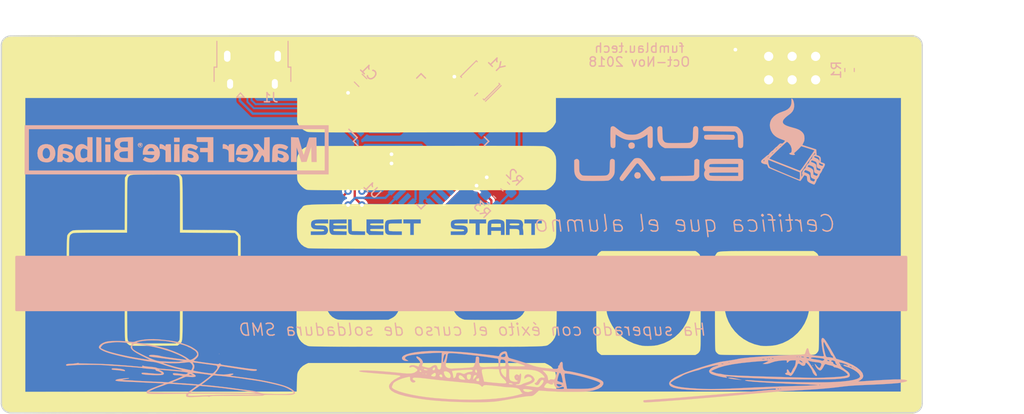
<source format=kicad_pcb>
(kicad_pcb (version 20171130) (host pcbnew "(5.1.2)-2")
  (title_block (title "Diploma para Juan comenius") (date 2018-10-20) (rev v1) (company "Fum Blau SCV") (comment 1 "ASC 2018"))
  (layers (0 F.Cu signal) (31 B.Cu signal) (34 B.Paste user) (35 F.Paste user) (36 B.SilkS user) (37 F.SilkS user) (38 B.Mask user) (39 F.Mask user) (44 Edge.Cuts user))
  (net 0 "")
  (net 1 /left)
  (net 2 /up)
  (net 3 /down)
  (net 4 /right)
  (net 5 /btn1)
  (net 6 /btn3)
  (net 7 /btn2)
  (net 8 /btn4)
  (net 9 GND)
  (net 10 +5V)
  (net 11 /MISO)
  (net 12 /CLK)
  (net 13 /MOSI)
  (net 14 /reset)
  (net 15 "Net-(U1-Pad16)")
  (net 16 "Net-(U1-Pad17)")
  (net 17 /USB_N)
  (net 18 /USB_P)
  (net 19 "Net-(C1-Pad1)")
  (net 20 "Net-(J1-Pad4)")
  (net 21 /ida)
  (net 22 "Net-(U1-Pad1)")
  (net 23 "Net-(U1-Pad8)")
  (net 24 "Net-(U1-Pad12)")
  (net 25 "Net-(U1-Pad18)")
  (net 26 "Net-(U1-Pad19)")
  (net 27 "Net-(U1-Pad20)")
  (net 28 "Net-(U1-Pad21)")
  (net 29 "Net-(U1-Pad22)")
  (net 30 "Net-(U1-Pad28)")
  (net 31 "Net-(U1-Pad29)")
  (net 32 "Net-(U1-Pad30)")
  (net 33 "Net-(U1-Pad31)")
  (net 34 "Net-(U1-Pad32)")
  (net 35 "Net-(U1-Pad42)")
  (module diploma_footprints:Pad_arrow_2_muy_corto (layer F.Cu) (at 101 92.25 90)
    (fp_text reference BT1 hide)
    (fp_text value Pad_arrow)
    (pad 1 smd custom (at 0 -1 90) (size 6 0.1) (layers F.Cu F.Mask) (net 1 /left) (options (clearance outline) (anchor rect)) (primitives (gr_poly (pts (xy 0 8.5) (xy -3 6) (xy -3 0) (xy 3 0) (xy 3 6)) (width 0))))
  )
  (module diploma_footprints:Pad_arrow_2_muy_corto (layer F.Cu) (at 109.55 100.5 180)
    (fp_text reference BT3 hide)
    (fp_text value Pad_arrow)
    (pad 1 smd custom (at 0 -1 180) (size 6 0.1) (layers F.Cu F.Mask) (net 3 /down) (options (clearance outline) (anchor rect)) (primitives (gr_poly (pts (xy 0 8.5) (xy -3 6) (xy -3 0) (xy 3 0) (xy 3 6)) (width 0))))
  )
  (module diploma_footprints:Pad_arrow_2_muy_corto (layer F.Cu) (at 118 92.3 270)
    (fp_text reference BT4 hide)
    (fp_text value Pad_arrow)
    (pad 1 smd custom (at 0 -1 270) (size 6 0.1) (layers F.Cu F.Mask) (net 4 /right) (options (clearance outline) (anchor rect)) (primitives (gr_poly (pts (xy 0 8.5) (xy -3 6) (xy -3 0) (xy 3 0) (xy 3 6)) (width 0))))
  )
  (module diploma_footprints:Pad_arrow_2_corto (layer F.Cu) (at 109.55 84)
    (fp_text reference BT2 hide)
    (fp_text value Pad_arrow)
    (pad 1 smd custom (at 0 -1) (size 6 0.1) (layers F.Cu F.Mask) (net 2 /up) (options (clearance outline) (anchor rect)) (primitives (gr_poly (pts (xy 0 8.5) (xy -3 6) (xy -3 0) (xy 3 0) (xy 3 6)) (width 0))))
  )
  (module "imagenes:bilbao maker faire" (layer B.Cu) (at 112 80.5 180)
    (fp_text reference G*** hide)
    (fp_text value LOGO hide)
  )
  (module Connector_PinSocket_2.54mm:PinSocket_2x03_P2.54mm_Vertical (layer F.Cu) (at 176 70.4 90)
    (fp_text reference J2 (at -1.27 -2.77 90) (layer F.SilkS))
    (fp_text value ICSP)
    (pad 6 thru_hole oval (at -2.54 5.08 90) (size 1.7 1.7) (drill 1) (layers *.Cu *.Mask) (net 9 GND))
    (pad 5 thru_hole oval (at 0 5.08 90) (size 1.7 1.7) (drill 1) (layers *.Cu *.Mask) (net 14 /reset))
    (pad 4 thru_hole oval (at -2.54 2.54 90) (size 1.7 1.7) (drill 1) (layers *.Cu *.Mask) (net 13 /MOSI))
    (pad 3 thru_hole oval (at 0 2.54 90) (size 1.7 1.7) (drill 1) (layers *.Cu *.Mask) (net 12 /CLK))
    (pad 2 thru_hole oval (at -2.54 0 90) (size 1.7 1.7) (drill 1) (layers *.Cu *.Mask) (net 10 +5V))
    (pad 1 thru_hole rect (at 0 0 90) (size 1.7 1.7) (drill 1) (layers *.Cu *.Mask) (net 11 /MISO))
  )
  (module diploma_footprints:pad_btn_3 (layer F.Cu) (at 146 97.25)
    (fp_text reference BT8 hide)
    (fp_text value pad_btn)
    (pad 1 smd oval (at 0 0) (size 8 3.25) (layers F.Cu F.Paste F.Mask) (net 8 /btn4))
  )
  (module diploma_footprints:pad_btn_3 (layer F.Cu) (at 132.25 97.25)
    (fp_text reference BT6 hide)
    (fp_text value pad_btn)
    (pad 1 smd oval (at 0 0) (size 8 3.25) (layers F.Cu F.Paste F.Mask) (net 6 /btn3))
  )
  (module diploma_footprints:pad_btn_2 (layer F.Cu) (at 175.9 97.1)
    (fp_text reference BT5 hide)
    (fp_text value pad_btn)
    (pad 1 smd circle (at 0 0) (size 9.3 9.3) (layers F.Cu F.Paste F.Mask) (net 5 /btn1))
  )
  (module diploma_footprints:pad_btn_2 (layer F.Cu) (at 163.1 97.1)
    (fp_text reference BT7 hide)
    (fp_text value pad_btn)
    (pad 1 smd circle (at 0 0) (size 9.3 9.3) (layers F.Cu F.Paste F.Mask) (net 7 /btn2))
  )
  (module Resistor_SMD:R_0603_1608Metric_Pad1.05x0.95mm_HandSolder (layer B.Cu) (at 184.75 71.875 270)
    (fp_text reference R1 (at 0 1.43 270) (layer B.SilkS) (effects (justify mirror)))
    (fp_text value R)
    (pad 1 smd roundrect (at -0.875 0 270) (size 1.05 0.95) (layers B.Cu B.Paste B.Mask) (net 10 +5V))
    (pad 2 smd roundrect (at 0.875 0 270) (size 1.05 0.95) (layers B.Cu B.Paste B.Mask) (net 14 /reset))
  )
  (module Package_QFP:TQFP-44_10x10mm_P0.8mm (layer B.Cu) (at 138.4 79.6 315)
    (fp_text reference U1 (at 0 7.45 315) (layer B.SilkS) (effects (justify mirror)))
    (fp_text value ATmega32U4-AU)
    (pad 1 smd rect (at -5.7 4 315) (size 1.5 0.55) (layers B.Cu B.Paste B.Mask) (net 22 "Net-(U1-Pad1)"))
    (pad 2 smd rect (at -5.7 3.2 315) (size 1.5 0.55) (layers B.Cu B.Paste B.Mask) (net 10 +5V))
    (pad 3 smd rect (at -5.7 2.4 315) (size 1.5 0.55) (layers B.Cu B.Paste B.Mask) (net 17 /USB_N))
    (pad 4 smd rect (at -5.7 1.6 315) (size 1.5 0.55) (layers B.Cu B.Paste B.Mask) (net 18 /USB_P))
    (pad 5 smd rect (at -5.7 0.8 315) (size 1.5 0.55) (layers B.Cu B.Paste B.Mask) (net 9 GND))
    (pad 6 smd rect (at -5.7 0 315) (size 1.5 0.55) (layers B.Cu B.Paste B.Mask) (net 19 "Net-(C1-Pad1)"))
    (pad 7 smd rect (at -5.7 -0.8 315) (size 1.5 0.55) (layers B.Cu B.Paste B.Mask) (net 10 +5V))
    (pad 8 smd rect (at -5.7 -1.6 315) (size 1.5 0.55) (layers B.Cu B.Paste B.Mask) (net 23 "Net-(U1-Pad8)"))
    (pad 9 smd rect (at -5.7 -2.4 315) (size 1.5 0.55) (layers B.Cu B.Paste B.Mask) (net 12 /CLK))
    (pad 10 smd rect (at -5.7 -3.2 315) (size 1.5 0.55) (layers B.Cu B.Paste B.Mask) (net 13 /MOSI))
    (pad 11 smd rect (at -5.7 -4 315) (size 1.5 0.55) (layers B.Cu B.Paste B.Mask) (net 11 /MISO))
    (pad 12 smd rect (at -4 -5.7 225) (size 1.5 0.55) (layers B.Cu B.Paste B.Mask) (net 24 "Net-(U1-Pad12)"))
    (pad 13 smd rect (at -3.2 -5.7 225) (size 1.5 0.55) (layers B.Cu B.Paste B.Mask) (net 14 /reset))
    (pad 14 smd rect (at -2.4 -5.7 225) (size 1.5 0.55) (layers B.Cu B.Paste B.Mask) (net 10 +5V))
    (pad 15 smd rect (at -1.6 -5.7 225) (size 1.5 0.55) (layers B.Cu B.Paste B.Mask) (net 9 GND))
    (pad 16 smd rect (at -0.8 -5.7 225) (size 1.5 0.55) (layers B.Cu B.Paste B.Mask) (net 15 "Net-(U1-Pad16)"))
    (pad 17 smd rect (at 0 -5.7 225) (size 1.5 0.55) (layers B.Cu B.Paste B.Mask) (net 16 "Net-(U1-Pad17)"))
    (pad 18 smd rect (at 0.8 -5.7 225) (size 1.5 0.55) (layers B.Cu B.Paste B.Mask) (net 25 "Net-(U1-Pad18)"))
    (pad 19 smd rect (at 1.6 -5.7 225) (size 1.5 0.55) (layers B.Cu B.Paste B.Mask) (net 26 "Net-(U1-Pad19)"))
    (pad 20 smd rect (at 2.4 -5.7 225) (size 1.5 0.55) (layers B.Cu B.Paste B.Mask) (net 27 "Net-(U1-Pad20)"))
    (pad 21 smd rect (at 3.2 -5.7 225) (size 1.5 0.55) (layers B.Cu B.Paste B.Mask) (net 28 "Net-(U1-Pad21)"))
    (pad 22 smd rect (at 4 -5.7 225) (size 1.5 0.55) (layers B.Cu B.Paste B.Mask) (net 29 "Net-(U1-Pad22)"))
    (pad 23 smd rect (at 5.7 -4 315) (size 1.5 0.55) (layers B.Cu B.Paste B.Mask) (net 9 GND))
    (pad 24 smd rect (at 5.7 -3.2 315) (size 1.5 0.55) (layers B.Cu B.Paste B.Mask) (net 10 +5V))
    (pad 25 smd rect (at 5.7 -2.4 315) (size 1.5 0.55) (layers B.Cu B.Paste B.Mask) (net 21 /ida))
    (pad 26 smd rect (at 5.7 -1.6 315) (size 1.5 0.55) (layers B.Cu B.Paste B.Mask) (net 6 /btn3))
    (pad 27 smd rect (at 5.7 -0.8 315) (size 1.5 0.55) (layers B.Cu B.Paste B.Mask) (net 8 /btn4))
    (pad 28 smd rect (at 5.7 0 315) (size 1.5 0.55) (layers B.Cu B.Paste B.Mask) (net 30 "Net-(U1-Pad28)"))
    (pad 29 smd rect (at 5.7 0.8 315) (size 1.5 0.55) (layers B.Cu B.Paste B.Mask) (net 31 "Net-(U1-Pad29)"))
    (pad 30 smd rect (at 5.7 1.6 315) (size 1.5 0.55) (layers B.Cu B.Paste B.Mask) (net 32 "Net-(U1-Pad30)"))
    (pad 31 smd rect (at 5.7 2.4 315) (size 1.5 0.55) (layers B.Cu B.Paste B.Mask) (net 33 "Net-(U1-Pad31)"))
    (pad 32 smd rect (at 5.7 3.2 315) (size 1.5 0.55) (layers B.Cu B.Paste B.Mask) (net 34 "Net-(U1-Pad32)"))
    (pad 33 smd rect (at 5.7 4 315) (size 1.5 0.55) (layers B.Cu B.Paste B.Mask) (net 9 GND))
    (pad 34 smd rect (at 4 5.7 225) (size 1.5 0.55) (layers B.Cu B.Paste B.Mask) (net 10 +5V))
    (pad 35 smd rect (at 3.2 5.7 225) (size 1.5 0.55) (layers B.Cu B.Paste B.Mask) (net 9 GND))
    (pad 36 smd rect (at 2.4 5.7 225) (size 1.5 0.55) (layers B.Cu B.Paste B.Mask) (net 2 /up))
    (pad 37 smd rect (at 1.6 5.7 225) (size 1.5 0.55) (layers B.Cu B.Paste B.Mask) (net 3 /down))
    (pad 38 smd rect (at 0.8 5.7 225) (size 1.5 0.55) (layers B.Cu B.Paste B.Mask) (net 1 /left))
    (pad 39 smd rect (at 0 5.7 225) (size 1.5 0.55) (layers B.Cu B.Paste B.Mask) (net 4 /right))
    (pad 40 smd rect (at -0.8 5.7 225) (size 1.5 0.55) (layers B.Cu B.Paste B.Mask) (net 7 /btn2))
    (pad 41 smd rect (at -1.6 5.7 225) (size 1.5 0.55) (layers B.Cu B.Paste B.Mask) (net 5 /btn1))
    (pad 42 smd rect (at -2.4 5.7 225) (size 1.5 0.55) (layers B.Cu B.Paste B.Mask) (net 35 "Net-(U1-Pad42)"))
    (pad 43 smd rect (at -3.2 5.7 225) (size 1.5 0.55) (layers B.Cu B.Paste B.Mask) (net 9 GND))
    (pad 44 smd rect (at -4 5.7 225) (size 1.5 0.55) (layers B.Cu B.Paste B.Mask) (net 10 +5V))
  )
  (module Crystal:Resonator_SMD_muRata_CSTxExxV-3Pin_3.0x1.1mm_HandSoldering (layer B.Cu) (at 144.8 73 135)
    (fp_text reference Y1 (at 0 2.45 135) (layer B.SilkS) (effects (justify mirror)))
    (fp_text value Crystal_GND2)
    (pad 1 smd rect (at -1.2 0 135) (size 0.4 3.2) (layers B.Cu B.Paste B.Mask) (net 16 "Net-(U1-Pad17)"))
    (pad 2 smd rect (at 0 0 135) (size 0.4 3.2) (layers B.Cu B.Paste B.Mask) (net 9 GND))
    (pad 3 smd rect (at 1.2 0 135) (size 0.4 3.2) (layers B.Cu B.Paste B.Mask) (net 15 "Net-(U1-Pad16)"))
  )
  (module librerias:NES_silk (layer F.Cu) (at 142.8 88.6)
    (fp_text reference G*** hide)
    (fp_text value LOGO hide)
  )
  (module librerias:Fumblau_mask_2 (layer F.Cu) (at 171.4 81.2)
    (fp_text reference G*** hide)
    (fp_text value LOGO hide)
  )
  (module librerias:Fumblau_2_pisos (layer B.Cu) (at 168.5 79.65 180)
    (fp_text reference G*** hide)
    (fp_text value LOGO hide)
  )
  (module librerias:Firma_arturo (layer B.Cu) (at 177 104 180)
    (fp_text reference G*** hide)
    (fp_text value LOGO hide)
  )
  (module librerias:Firma_angel (layer B.Cu) (at 145 105 180)
    (fp_text reference G*** hide)
    (fp_text value LOGO hide)
  )
  (module librerias:firma_ivan (layer B.Cu) (at 112 104.5 180)
    (fp_text reference G*** hide)
    (fp_text value LOGO hide)
  )
  (module Capacitors_SMD:C_0603_HandSoldering (layer B.Cu) (at 131.85 73 135)
    (fp_text reference C1 (at 0 1.249999 135) (layer B.SilkS) (effects (justify mirror)))
    (fp_text value 1uF)
    (pad 2 smd rect (at 0.949999 0 135) (size 1.2 0.75) (layers B.Cu B.Paste B.Mask) (net 9 GND))
    (pad 1 smd rect (at -0.949999 0 135) (size 1.2 0.75) (layers B.Cu B.Paste B.Mask) (net 19 "Net-(C1-Pad1)"))
  )
  (module Connector_USB:USB_Micro-B_Amphenol_10103594-0001LF_Horizontal (layer B.Cu) (at 120.185 71.5)
    (fp_text reference J1 (at 1.925 3.365) (layer B.SilkS) (effects (justify mirror)))
    (fp_text value USB_B_Micro)
    (pad 6 smd rect (at 2.725 -0.185) (size 1.35 2) (layers B.Cu B.Paste B.Mask) (net 9 GND))
    (pad 6 smd rect (at -2.755 -0.185) (size 1.35 2) (layers B.Cu B.Paste B.Mask) (net 9 GND))
    (pad 6 smd rect (at -2.975 0.565) (size 1.825 0.7) (layers B.Cu B.Paste B.Mask) (net 9 GND))
    (pad 6 smd rect (at 2.975 0.565) (size 1.825 0.7) (layers B.Cu B.Paste B.Mask) (net 9 GND))
    (pad 6 smd rect (at -2.875 1.865) (size 2 1.5) (layers B.Cu B.Paste B.Mask) (net 9 GND))
    (pad 6 smd rect (at 2.875 1.885) (size 2 1.5) (layers B.Cu B.Paste B.Mask) (net 9 GND))
    (pad 1 smd rect (at -1.325 1.765 270) (size 1.65 0.4) (layers B.Cu B.Paste B.Mask) (net 10 +5V))
    (pad 2 smd rect (at -0.675 1.765 270) (size 1.65 0.4) (layers B.Cu B.Paste B.Mask) (net 17 /USB_N))
    (pad 3 smd rect (at -0.025 1.765 270) (size 1.65 0.4) (layers B.Cu B.Paste B.Mask) (net 18 /USB_P))
    (pad 4 smd rect (at 0.625 1.765 270) (size 1.65 0.4) (layers B.Cu B.Paste B.Mask) (net 20 "Net-(J1-Pad4)"))
    (pad 5 smd rect (at 1.275 1.765 270) (size 1.65 0.4) (layers B.Cu B.Paste B.Mask) (net 9 GND))
    (pad 6 thru_hole oval (at -2.445 1.885 270) (size 1.5 1.1) (drill oval 1.05 0.65) (layers *.Cu *.Mask) (net 9 GND))
    (pad 6 thru_hole oval (at 2.395 1.885 270) (size 1.5 1.1) (drill oval 1.05 0.65) (layers *.Cu *.Mask) (net 9 GND))
    (pad 6 thru_hole oval (at -2.755 -1.115 270) (size 1.7 1.35) (drill oval 1.2 0.7) (layers *.Cu *.Mask) (net 9 GND))
    (pad 6 thru_hole oval (at 2.705 -1.115 270) (size 1.7 1.35) (drill oval 1.2 0.7) (layers *.Cu *.Mask) (net 9 GND))
    (pad 6 smd rect (at -0.985 -1.385 270) (size 2.5 1.43) (layers B.Cu B.Paste B.Mask) (net 9 GND))
    (pad 6 smd rect (at 0.935 -1.385 270) (size 2.5 1.43) (layers B.Cu B.Paste B.Mask) (net 9 GND))
  )
  (module Resistor_SMD:R_0603_1608Metric_Pad1.05x0.95mm_HandSolder (layer B.Cu) (at 147.5 84.5 135)
    (fp_text reference R2 (at 0 1.43 135) (layer B.SilkS) (effects (justify mirror)))
    (fp_text value 1M)
    (pad 1 smd roundrect (at -0.875 0 135) (size 1.05 0.95) (layers B.Cu B.Paste B.Mask) (net 21 /ida))
    (pad 2 smd roundrect (at 0.875 0 135) (size 1.05 0.95) (layers B.Cu B.Paste B.Mask) (net 6 /btn3))
  )
  (module Resistor_SMD:R_0603_1608Metric_Pad1.05x0.95mm_HandSolder (layer B.Cu) (at 146 86 135)
    (fp_text reference R3 (at 0 -1.414214 135) (layer B.SilkS) (effects (justify mirror)))
    (fp_text value 1M)
    (pad 2 smd roundrect (at 0.875 0 135) (size 1.05 0.95) (layers B.Cu B.Paste B.Mask) (net 8 /btn4))
    (pad 1 smd roundrect (at -0.875 0 135) (size 1.05 0.95) (layers B.Cu B.Paste B.Mask) (net 21 /ida))
  )
  (gr_text fumblau.tech (at 162 69.5) (layer B.SilkS) (effects (font (size 1 1)) (justify mirror)))
  (gr_text "Oct-Nov 2018" (at 162 71) (layer B.SilkS) (effects (font (size 1 1)) (justify mirror)))
  (gr_text "Ha superado con éxito el curso de soldadura SMD" (at 144 100) (layer B.SilkS) (effects (font (size 1.3 1.3) (thickness 0.15) italic) (justify mirror)))
  (gr_text "Certifica que el alumno" (at 167 88.5) (layer B.SilkS) (effects (font (size 1.8 1.8) (thickness 0.15) italic) (justify mirror)))
  (gr_arc (start 191.6 69.2) (end 192.6 69.2) (angle -90) (layer Edge.Cuts) (width 0.15))
  (gr_arc (start 191.6 108) (end 191.6 109) (angle -90) (layer Edge.Cuts) (width 0.15))
  (gr_arc (start 94 108) (end 93 108) (angle -90) (layer Edge.Cuts) (width 0.15))
  (gr_arc (start 94 69.2) (end 94 68.2) (angle -90) (layer Edge.Cuts) (width 0.15))
  (gr_line (start 93 69.2) (end 93 108) (layer Edge.Cuts) (width 0.15))
  (gr_line (start 191.6 68.2) (end 94 68.2) (layer Edge.Cuts) (width 0.15))
  (gr_line (start 192.6 108) (end 192.6 69.2) (layer Edge.Cuts) (width 0.15))
  (gr_line (start 94 109) (end 191.6 109) (layer Edge.Cuts) (width 0.15))
  (segment (start 134.131371 85) (end 132.565685 85) (width 0.25) (layer B.Cu) (net 1))
  (segment (start 134.935177 84.196194) (end 134.131371 85) (width 0.25) (layer B.Cu) (net 1))
  (via (at 132 85) (size 0.8) (drill 0.4) (layers F.Cu B.Cu) (net 1))
  (segment (start 132.565685 85) (end 132 85) (width 0.25) (layer B.Cu) (net 1))
  (segment (start 103.5 92.25) (end 100 92.25) (width 0.25) (layer F.Cu) (net 1))
  (segment (start 103.5 83.5) (end 103.5 92.25) (width 0.25) (layer F.Cu) (net 1))
  (segment (start 106 81) (end 103.5 83.5) (width 0.25) (layer F.Cu) (net 1))
  (segment (start 129.5 81) (end 106 81) (width 0.25) (layer F.Cu) (net 1))
  (segment (start 132 85) (end 132 83.5) (width 0.25) (layer F.Cu) (net 1))
  (segment (start 132 83.5) (end 129.5 81) (width 0.25) (layer F.Cu) (net 1))
  (via (at 132 86.5) (size 0.8) (drill 0.4) (layers F.Cu B.Cu) (net 2))
  (segment (start 136.066548 85.327565) (end 134.894113 86.5) (width 0.25) (layer B.Cu) (net 2))
  (segment (start 132.565685 86.5) (end 132 86.5) (width 0.25) (layer B.Cu) (net 2))
  (segment (start 134.894113 86.5) (end 132.565685 86.5) (width 0.25) (layer B.Cu) (net 2))
  (segment (start 110.55 84) (end 109.55 83) (width 0.25) (layer F.Cu) (net 2))
  (segment (start 130.950004 84) (end 110.55 84) (width 0.25) (layer F.Cu) (net 2))
  (segment (start 131.225002 84.274998) (end 130.950004 84) (width 0.25) (layer F.Cu) (net 2))
  (segment (start 132 86.5) (end 131.225002 85.725002) (width 0.25) (layer F.Cu) (net 2))
  (segment (start 131.225002 85.725002) (end 131.225002 84.274998) (width 0.25) (layer F.Cu) (net 2))
  (segment (start 131.274998 85.725002) (end 130.899999 86.100001) (width 0.25) (layer B.Cu) (net 3))
  (segment (start 130.899999 86.100001) (end 130.5 86.5) (width 0.25) (layer B.Cu) (net 3))
  (segment (start 134.53774 85.725002) (end 131.274998 85.725002) (width 0.25) (layer B.Cu) (net 3))
  (segment (start 135.500862 84.76188) (end 134.53774 85.725002) (width 0.25) (layer B.Cu) (net 3))
  (via (at 130.5 86.5) (size 0.8) (drill 0.4) (layers F.Cu B.Cu) (net 3))
  (segment (start 111.55 99.5) (end 109.55 101.5) (width 0.25) (layer F.Cu) (net 3))
  (segment (start 122.7 99.5) (end 111.55 99.5) (width 0.25) (layer F.Cu) (net 3))
  (segment (start 130.5 86.5) (end 130.5 91.7) (width 0.25) (layer F.Cu) (net 3))
  (segment (start 130.5 91.7) (end 122.7 99.5) (width 0.25) (layer F.Cu) (net 3))
  (segment (start 134.369491 83.630509) (end 133.768451 84.231549) (width 0.25) (layer B.Cu) (net 4))
  (segment (start 131.268451 84.231549) (end 130.899999 84.600001) (width 0.25) (layer B.Cu) (net 4))
  (segment (start 130.899999 84.600001) (end 130.5 85) (width 0.25) (layer B.Cu) (net 4))
  (via (at 130.5 85) (size 0.8) (drill 0.4) (layers F.Cu B.Cu) (net 4))
  (segment (start 133.768451 84.231549) (end 131.268451 84.231549) (width 0.25) (layer B.Cu) (net 4))
  (segment (start 119.45 92.3) (end 119 92.3) (width 0.25) (layer F.Cu) (net 4))
  (segment (start 130.5 85) (end 123.2 92.3) (width 0.25) (layer F.Cu) (net 4))
  (segment (start 123.2 92.3) (end 119.45 92.3) (width 0.25) (layer F.Cu) (net 4))
  (via (at 135.2 81) (size 0.8) (drill 0.4) (layers F.Cu B.Cu) (net 5))
  (segment (start 133.23812 82.499138) (end 134.737258 81) (width 0.25) (layer B.Cu) (net 5))
  (segment (start 134.737258 81) (end 135.2 81) (width 0.25) (layer B.Cu) (net 5))
  (segment (start 135.2 81) (end 149.8 81) (width 0.25) (layer F.Cu) (net 5))
  (segment (start 149.8 81) (end 158.6 89.8) (width 0.25) (layer F.Cu) (net 5))
  (segment (start 168.8 89.8) (end 176 97) (width 0.25) (layer F.Cu) (net 5))
  (segment (start 158.6 89.8) (end 168.8 89.8) (width 0.25) (layer F.Cu) (net 5))
  (segment (start 144.127565 81.933452) (end 144.133452 81.933452) (width 0.25) (layer B.Cu) (net 21))
  (via (at 145.499994 83.5) (size 0.8) (drill 0.4) (layers F.Cu B.Cu) (net 6))
  (segment (start 132.25 97.25) (end 132.25 95.375) (width 0.25) (layer F.Cu) (net 6))
  (segment (start 132.25 95.375) (end 144.125 83.5) (width 0.25) (layer F.Cu) (net 6))
  (segment (start 144.934309 83.5) (end 145.499994 83.5) (width 0.25) (layer F.Cu) (net 6))
  (segment (start 144.125 83.5) (end 144.934309 83.5) (width 0.25) (layer F.Cu) (net 6))
  (segment (start 144.562742 83.5) (end 145.499994 83.5) (width 0.25) (layer B.Cu) (net 6))
  (segment (start 143.56188 82.499138) (end 144.562742 83.5) (width 0.25) (layer B.Cu) (net 6))
  (segment (start 146.5 83.5) (end 146.881282 83.881282) (width 0.25) (layer B.Cu) (net 6))
  (segment (start 145.499994 83.5) (end 146.5 83.5) (width 0.25) (layer B.Cu) (net 6))
  (via (at 135.2 82) (size 0.8) (drill 0.4) (layers F.Cu B.Cu) (net 7))
  (segment (start 133.803806 83.064823) (end 134.868629 82) (width 0.25) (layer B.Cu) (net 7))
  (segment (start 134.868629 82) (end 135.2 82) (width 0.25) (layer B.Cu) (net 7))
  (segment (start 148.25 82) (end 163.25 97) (width 0.25) (layer F.Cu) (net 7))
  (segment (start 135.2 82) (end 148.25 82) (width 0.25) (layer F.Cu) (net 7))
  (segment (start 143.064823 83.064823) (end 142.996194 83.064823) (width 0.25) (layer B.Cu) (net 8))
  (segment (start 145.381282 85.381282) (end 143.064823 83.064823) (width 0.25) (layer B.Cu) (net 8))
  (via (at 144.400005 84.400005) (size 0.8) (drill 0.4) (layers F.Cu B.Cu) (net 8))
  (segment (start 146 97.25) (end 146 86) (width 0.25) (layer F.Cu) (net 8))
  (segment (start 144.800004 84.800004) (end 144.400005 84.400005) (width 0.25) (layer F.Cu) (net 8))
  (segment (start 146 86) (end 144.800004 84.800004) (width 0.25) (layer F.Cu) (net 8))
  (via (at 130.5 74.35) (size 0.8) (drill 0.4) (layers F.Cu B.Cu) (net 9))
  (via (at 142 72.6) (size 0.8) (drill 0.4) (layers F.Cu B.Cu) (net 9))
  (segment (start 141.299138 74.43812) (end 142 73.737258) (width 0.25) (layer B.Cu) (net 9))
  (segment (start 142 73.737258) (end 142 72.6) (width 0.25) (layer B.Cu) (net 9))
  (segment (start 137.8 85.856854) (end 137.8 81.6) (width 0.25) (layer B.Cu) (net 10))
  (segment (start 137.197918 86.458936) (end 137.8 85.856854) (width 0.25) (layer B.Cu) (net 10))
  (segment (start 137.8 81.6) (end 136.2 80) (width 0.25) (layer B.Cu) (net 10))
  (segment (start 132.343146 80) (end 131.541064 80.802082) (width 0.25) (layer B.Cu) (net 10))
  (segment (start 132.874517 78.6) (end 132.10675 77.832233) (width 0.25) (layer B.Cu) (net 10))
  (segment (start 136.005887 78.6) (end 132.874517 78.6) (width 0.25) (layer B.Cu) (net 10))
  (segment (start 144.09221 80.766727) (end 139.166727 80.766727) (width 0.25) (layer B.Cu) (net 10))
  (segment (start 144.69325 81.367767) (end 144.09221 80.766727) (width 0.25) (layer B.Cu) (net 10))
  (segment (start 138.4 80) (end 136 80) (width 0.25) (layer B.Cu) (net 10))
  (segment (start 139.166727 80.766727) (end 138.4 80) (width 0.25) (layer B.Cu) (net 10))
  (segment (start 136.2 80) (end 136 80) (width 0.25) (layer B.Cu) (net 10))
  (segment (start 136 80) (end 132.343146 80) (width 0.25) (layer B.Cu) (net 10))
  (segment (start 176 74.142081) (end 176 72.94) (width 0.25) (layer B.Cu) (net 10))
  (segment (start 184.75 71) (end 185.8 71) (width 0.25) (layer B.Cu) (net 10))
  (segment (start 185.8 71) (end 186.2 71.4) (width 0.25) (layer B.Cu) (net 10))
  (segment (start 186.2 71.4) (end 186.2 72.62051) (width 0.25) (layer B.Cu) (net 10))
  (segment (start 186.2 72.62051) (end 184.42051 74.4) (width 0.25) (layer B.Cu) (net 10))
  (segment (start 184.42051 74.4) (end 176.257919 74.4) (width 0.25) (layer B.Cu) (net 10))
  (segment (start 176.257919 74.4) (end 176 74.142081) (width 0.25) (layer B.Cu) (net 10))
  (segment (start 172.73632 72.94) (end 176 72.94) (width 0.25) (layer B.Cu) (net 10))
  (segment (start 170.99632 71.2) (end 172.73632 72.94) (width 0.25) (layer B.Cu) (net 10))
  (segment (start 145.325483 82) (end 147.2 82) (width 0.25) (layer B.Cu) (net 10))
  (segment (start 144.69325 81.367767) (end 145.325483 82) (width 0.25) (layer B.Cu) (net 10))
  (segment (start 147.2 82) (end 149 80.2) (width 0.25) (layer B.Cu) (net 10))
  (segment (start 149 80.2) (end 149 73.6) (width 0.25) (layer B.Cu) (net 10))
  (segment (start 149 73.6) (end 151.4 71.2) (width 0.25) (layer B.Cu) (net 10))
  (segment (start 151.4 71.2) (end 170.99632 71.2) (width 0.25) (layer B.Cu) (net 10))
  (segment (start 118.86 72.765) (end 118.86 73.8) (width 0.25) (layer B.Cu) (net 10))
  (segment (start 118.86 73.15) (end 118.86 73.8) (width 0.25) (layer B.Cu) (net 10))
  (segment (start 135.536217 78.03033) (end 136.055887 78.55) (width 0.25) (layer B.Cu) (net 10))
  (segment (start 134.935177 75.003806) (end 135.536217 75.604846) (width 0.25) (layer B.Cu) (net 10))
  (segment (start 140.733452 73.872435) (end 136.055887 78.55) (width 0.25) (layer B.Cu) (net 10))
  (segment (start 135.536217 75.604846) (end 135.536217 78.03033) (width 0.25) (layer B.Cu) (net 10))
  (segment (start 136.055887 78.55) (end 136.005887 78.6) (width 0.25) (layer B.Cu) (net 10))
  (segment (start 118.8 73.86) (end 118.8 75.2) (width 0.25) (layer B.Cu) (net 10))
  (segment (start 118.86 73.8) (end 118.8 73.86) (width 0.25) (layer B.Cu) (net 10))
  (segment (start 118.8 75.2) (end 120.2 76.6) (width 0.25) (layer B.Cu) (net 10))
  (segment (start 120.2 76.6) (end 128.6 76.6) (width 0.25) (layer B.Cu) (net 10))
  (segment (start 129.231193 77.231193) (end 129 77) (width 0.25) (layer B.Cu) (net 10))
  (segment (start 131.50571 77.231193) (end 129.231193 77.231193) (width 0.25) (layer B.Cu) (net 10))
  (segment (start 132.10675 77.832233) (end 131.50571 77.231193) (width 0.25) (layer B.Cu) (net 10))
  (segment (start 128.6 76.6) (end 129 77) (width 0.25) (layer B.Cu) (net 10))
  (segment (start 131.541064 79.541064) (end 129.5 77.5) (width 0.25) (layer B.Cu) (net 10))
  (segment (start 131.541064 80.802082) (end 131.541064 79.541064) (width 0.25) (layer B.Cu) (net 10))
  (segment (start 129 77) (end 129.5 77.5) (width 0.25) (layer B.Cu) (net 10))
  (segment (start 129.5 77.5) (end 129.6 77.6) (width 0.25) (layer B.Cu) (net 10))
  (segment (start 143.288117 69.549989) (end 170.94999 69.549989) (width 0.25) (layer B.Cu) (net 11))
  (segment (start 137.197918 72.741064) (end 139.938982 70) (width 0.25) (layer B.Cu) (net 11))
  (segment (start 170.94999 69.549989) (end 171.8 70.4) (width 0.25) (layer B.Cu) (net 11))
  (segment (start 139.938982 70) (end 142.838106 70) (width 0.25) (layer B.Cu) (net 11))
  (segment (start 171.8 70.4) (end 174.9 70.4) (width 0.25) (layer B.Cu) (net 11))
  (segment (start 142.838106 70) (end 143.288117 69.549989) (width 0.25) (layer B.Cu) (net 11))
  (segment (start 174.9 70.4) (end 176 70.4) (width 0.25) (layer B.Cu) (net 11))
  (segment (start 135.465508 70.734492) (end 137.29999 68.90001) (width 0.25) (layer B.Cu) (net 12))
  (segment (start 142.915317 68.649967) (end 171.32279 68.649967) (width 0.25) (layer B.Cu) (net 12))
  (segment (start 171.32279 68.649967) (end 171.57279 68.899967) (width 0.25) (layer B.Cu) (net 12))
  (segment (start 137.29999 68.90001) (end 142.665274 68.90001) (width 0.25) (layer B.Cu) (net 12))
  (segment (start 171.57279 68.899967) (end 177.039967 68.899967) (width 0.25) (layer B.Cu) (net 12))
  (segment (start 177.690001 69.550001) (end 178.54 70.4) (width 0.25) (layer B.Cu) (net 12))
  (segment (start 177.039967 68.899967) (end 177.690001 69.550001) (width 0.25) (layer B.Cu) (net 12))
  (segment (start 135.465508 73.271395) (end 135.465508 70.734492) (width 0.25) (layer B.Cu) (net 12))
  (segment (start 136.066548 73.872435) (end 135.465508 73.271395) (width 0.25) (layer B.Cu) (net 12))
  (segment (start 142.665274 68.90001) (end 142.915317 68.649967) (width 0.25) (layer B.Cu) (net 12))
  (via (at 172.4 69.675) (size 0.8) (drill 0.4) (layers F.Cu B.Cu) (net 13))
  (segment (start 177.690001 72.090001) (end 178.54 72.94) (width 0.25) (layer F.Cu) (net 13))
  (segment (start 177.364999 71.764999) (end 177.690001 72.090001) (width 0.25) (layer F.Cu) (net 13))
  (segment (start 174.489999 71.764999) (end 177.364999 71.764999) (width 0.25) (layer F.Cu) (net 13))
  (segment (start 172.4 69.675) (end 174.489999 71.764999) (width 0.25) (layer F.Cu) (net 13))
  (segment (start 136.632233 73.30675) (end 136.031193 72.70571) (width 0.25) (layer B.Cu) (net 13))
  (segment (start 143.101717 69.099978) (end 171.13639 69.099978) (width 0.25) (layer B.Cu) (net 13))
  (segment (start 171.13639 69.099978) (end 171.711412 69.675) (width 0.25) (layer B.Cu) (net 13))
  (segment (start 136.031193 71.231193) (end 137.862386 69.4) (width 0.25) (layer B.Cu) (net 13))
  (segment (start 142.801695 69.4) (end 143.101717 69.099978) (width 0.25) (layer B.Cu) (net 13))
  (segment (start 171.834315 69.675) (end 172.4 69.675) (width 0.25) (layer B.Cu) (net 13))
  (segment (start 171.711412 69.675) (end 171.834315 69.675) (width 0.25) (layer B.Cu) (net 13))
  (segment (start 137.862386 69.4) (end 142.801695 69.4) (width 0.25) (layer B.Cu) (net 13))
  (segment (start 136.031193 72.70571) (end 136.031193 71.231193) (width 0.25) (layer B.Cu) (net 13))
  (segment (start 183.764999 71.764999) (end 184.75 72.75) (width 0.25) (layer B.Cu) (net 14))
  (segment (start 181.929999 71.694998) (end 182 71.764999) (width 0.25) (layer B.Cu) (net 14))
  (segment (start 181.929999 71.249999) (end 181.929999 71.694998) (width 0.25) (layer B.Cu) (net 14))
  (segment (start 181.08 70.4) (end 181.929999 71.249999) (width 0.25) (layer B.Cu) (net 14))
  (segment (start 182 71.764999) (end 183.764999 71.764999) (width 0.25) (layer B.Cu) (net 14))
  (segment (start 172.528589 71.764999) (end 182 71.764999) (width 0.25) (layer B.Cu) (net 14))
  (segment (start 170.76359 70) (end 172.528589 71.764999) (width 0.25) (layer B.Cu) (net 14))
  (segment (start 140.167767 73.30675) (end 143.474517 70) (width 0.25) (layer B.Cu) (net 14))
  (segment (start 143.474517 70) (end 170.76359 70) (width 0.25) (layer B.Cu) (net 14))
  (segment (start 142.8 74.068629) (end 141.864823 75.003806) (width 0.25) (layer B.Cu) (net 15))
  (segment (start 142.8 73.4) (end 142.8 74.068629) (width 0.25) (layer B.Cu) (net 15))
  (segment (start 143.951472 72.151472) (end 143.951472 72.248528) (width 0.25) (layer B.Cu) (net 15))
  (segment (start 143.951472 72.248528) (end 142.8 73.4) (width 0.25) (layer B.Cu) (net 15))
  (segment (start 143.031549 74.968451) (end 142.430509 75.569491) (width 0.25) (layer B.Cu) (net 16))
  (segment (start 144.631549 74.968451) (end 143.031549 74.968451) (width 0.25) (layer B.Cu) (net 16))
  (segment (start 145.648528 73.848528) (end 145.648528 73.951472) (width 0.25) (layer B.Cu) (net 16))
  (segment (start 145.648528 73.951472) (end 144.631549 74.968451) (width 0.25) (layer B.Cu) (net 16))
  (segment (start 119.61 74.487501) (end 119.61 75.3282) (width 0.2) (layer B.Cu) (net 17))
  (segment (start 119.51 74.387501) (end 119.61 74.487501) (width 0.2) (layer B.Cu) (net 17))
  (segment (start 119.61 75.3282) (end 120.3068 76.025) (width 0.2) (layer B.Cu) (net 17))
  (segment (start 132.672435 77.019061) (end 132.672435 77.266548) (width 0.2) (layer B.Cu) (net 17))
  (segment (start 120.3068 76.025) (end 131.678374 76.025) (width 0.2) (layer B.Cu) (net 17))
  (segment (start 131.678374 76.025) (end 132.672435 77.019061) (width 0.2) (layer B.Cu) (net 17))
  (segment (start 119.51 72.765) (end 119.51 73.8) (width 0.25) (layer B.Cu) (net 17))
  (segment (start 119.51 73.15) (end 119.51 73.8) (width 0.2) (layer B.Cu) (net 17))
  (segment (start 119.51 73.8) (end 119.51 74.387501) (width 0.2) (layer B.Cu) (net 17))
  (segment (start 120.06 74.487501) (end 120.06 75.1418) (width 0.2) (layer B.Cu) (net 18))
  (segment (start 120.16 74.387501) (end 120.06 74.487501) (width 0.2) (layer B.Cu) (net 18))
  (segment (start 120.06 75.1418) (end 120.4932 75.575) (width 0.2) (layer B.Cu) (net 18))
  (segment (start 132.990634 76.700862) (end 133.23812 76.700862) (width 0.2) (layer B.Cu) (net 18))
  (segment (start 131.864772 75.575) (end 132.990634 76.700862) (width 0.2) (layer B.Cu) (net 18))
  (segment (start 120.4932 75.575) (end 131.864772 75.575) (width 0.2) (layer B.Cu) (net 18))
  (segment (start 120.16 72.765) (end 120.16 73.8) (width 0.25) (layer B.Cu) (net 18))
  (segment (start 120.16 73.15) (end 120.16 73.8) (width 0.2) (layer B.Cu) (net 18))
  (segment (start 120.16 73.8) (end 120.16 74.387501) (width 0.2) (layer B.Cu) (net 18))
  (segment (start 132.521751 73.721751) (end 132.521751 73.671751) (width 0.25) (layer B.Cu) (net 19))
  (segment (start 134.369491 75.569491) (end 132.521751 73.721751) (width 0.25) (layer B.Cu) (net 19))
  (segment (start 144.728605 82.534492) (end 148.034492 82.534492) (width 0.25) (layer B.Cu) (net 21))
  (segment (start 144.127565 81.933452) (end 144.728605 82.534492) (width 0.25) (layer B.Cu) (net 21))
  (segment (start 148.034492 82.534492) (end 149 83.5) (width 0.25) (layer B.Cu) (net 21))
  (segment (start 149 84.237436) (end 148.118718 85.118718) (width 0.25) (layer B.Cu) (net 21))
  (segment (start 149 83.5) (end 149 84.237436) (width 0.25) (layer B.Cu) (net 21))
  (segment (start 148.118718 85.118718) (end 146.618718 86.618718) (width 0.25) (layer B.Cu) (net 21))
  (zone (net 9) (net_name GND) (layer B.Cu) (connect_pads (clearance 0.255)) (min_thickness 0.254) (fill yes (arc_segments 16) (thermal_gap 0.255) (thermal_bridge_width 0.255))
    (polygon (pts (xy 93 68.75) (xy 193 68.75) (xy 193 109) (xy 93 109)))
  )
  (zone (net 9) (net_name GND) (layer F.Cu) (connect_pads (clearance 0.255)) (min_thickness 0.254) (fill yes (arc_segments 16) (thermal_gap 0.255) (thermal_bridge_width 0.255))
    (polygon (pts (xy 93 68.5) (xy 193 68.5) (xy 193 109) (xy 93 109)))
  )
  (zone (net 0) (net_name "") (layer B.SilkS) (connect_pads (clearance 0.255)) (min_thickness 0.254) (fill yes (arc_segments 16) (thermal_gap 0.508) (thermal_bridge_width 0.508))
    (polygon (pts (xy 94.5 92) (xy 191 92) (xy 191 98) (xy 94.5 98)))
  )
)
</source>
